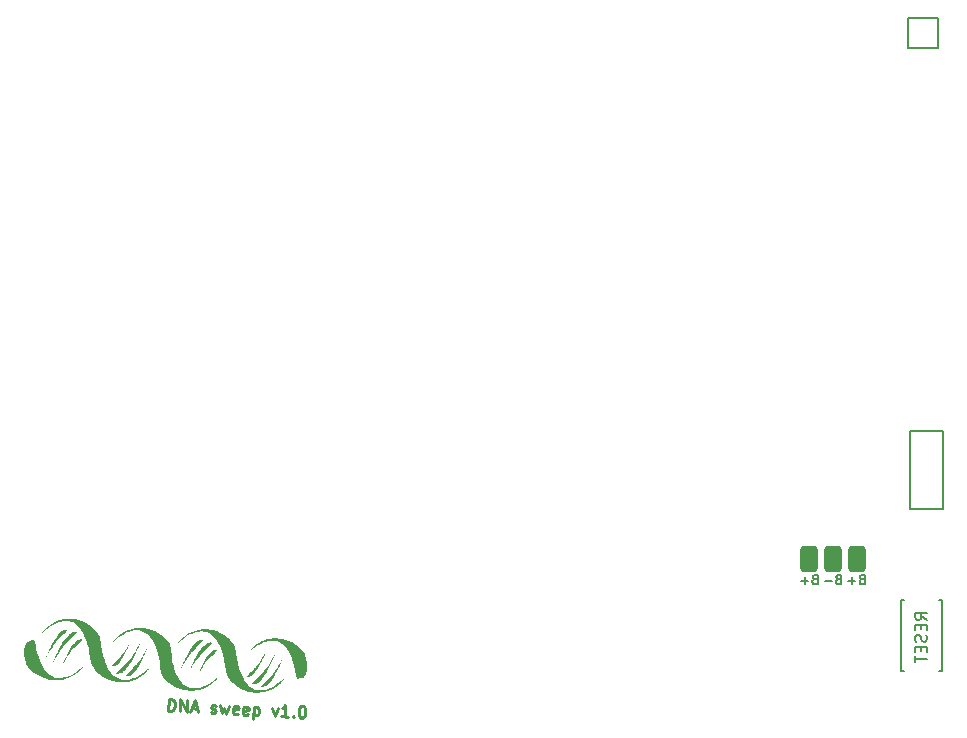
<source format=gbr>
%TF.GenerationSoftware,KiCad,Pcbnew,(6.0.7-1)-1*%
%TF.CreationDate,2022-10-05T19:06:16+03:00*%
%TF.ProjectId,board,626f6172-642e-46b6-9963-61645f706362,v1.0.0*%
%TF.SameCoordinates,Original*%
%TF.FileFunction,Legend,Bot*%
%TF.FilePolarity,Positive*%
%FSLAX46Y46*%
G04 Gerber Fmt 4.6, Leading zero omitted, Abs format (unit mm)*
G04 Created by KiCad (PCBNEW (6.0.7-1)-1) date 2022-10-05 19:06:16*
%MOMM*%
%LPD*%
G01*
G04 APERTURE LIST*
G04 Aperture macros list*
%AMRoundRect*
0 Rectangle with rounded corners*
0 $1 Rounding radius*
0 $2 $3 $4 $5 $6 $7 $8 $9 X,Y pos of 4 corners*
0 Add a 4 corners polygon primitive as box body*
4,1,4,$2,$3,$4,$5,$6,$7,$8,$9,$2,$3,0*
0 Add four circle primitives for the rounded corners*
1,1,$1+$1,$2,$3*
1,1,$1+$1,$4,$5*
1,1,$1+$1,$6,$7*
1,1,$1+$1,$8,$9*
0 Add four rect primitives between the rounded corners*
20,1,$1+$1,$2,$3,$4,$5,0*
20,1,$1+$1,$4,$5,$6,$7,0*
20,1,$1+$1,$6,$7,$8,$9,0*
20,1,$1+$1,$8,$9,$2,$3,0*%
G04 Aperture macros list end*
%ADD10C,0.250000*%
%ADD11C,0.150000*%
%ADD12RoundRect,0.375000X-0.375000X-0.750000X0.375000X-0.750000X0.375000X0.750000X-0.375000X0.750000X0*%
G04 APERTURE END LIST*
D10*
X104698539Y39351039D02*
X104750875Y40349669D01*
X104988643Y40337208D01*
X105128813Y40282178D01*
X105218936Y40182086D01*
X105261505Y40084486D01*
X105299090Y39891779D01*
X105291614Y39749117D01*
X105234091Y39561394D01*
X105181553Y39468779D01*
X105081461Y39378656D01*
X104936307Y39338578D01*
X104698539Y39351039D01*
X105697168Y39298703D02*
X105749504Y40297333D01*
X106267814Y39268797D01*
X106320149Y40267427D01*
X106710751Y39531690D02*
X107186289Y39506768D01*
X106600690Y39251352D02*
X106985903Y40232536D01*
X107266443Y39216461D01*
X108315119Y39209187D02*
X108407734Y39156649D01*
X108597949Y39146680D01*
X108695549Y39189249D01*
X108748087Y39281865D01*
X108750579Y39329419D01*
X108708010Y39427018D01*
X108615394Y39479556D01*
X108472733Y39487033D01*
X108380118Y39539571D01*
X108337548Y39637171D01*
X108340040Y39684725D01*
X108392579Y39777340D01*
X108490178Y39819910D01*
X108632840Y39812433D01*
X108725455Y39759895D01*
X109108378Y39787511D02*
X109263702Y39111789D01*
X109478839Y39577358D01*
X109644132Y39091852D01*
X109869238Y39747636D01*
X110597700Y39089562D02*
X110500101Y39046992D01*
X110309885Y39056961D01*
X110217270Y39109499D01*
X110174701Y39207099D01*
X110194638Y39587529D01*
X110247176Y39680145D01*
X110344776Y39722714D01*
X110534991Y39712745D01*
X110627607Y39660207D01*
X110670176Y39562608D01*
X110665192Y39467500D01*
X110184669Y39397314D01*
X111453669Y39044702D02*
X111356069Y39002133D01*
X111165854Y39012102D01*
X111073238Y39064640D01*
X111030669Y39162240D01*
X111050606Y39542670D01*
X111103145Y39635285D01*
X111200744Y39677855D01*
X111390959Y39667886D01*
X111483575Y39615348D01*
X111526144Y39517748D01*
X111521160Y39422641D01*
X111040638Y39352455D01*
X111961605Y39637980D02*
X111909269Y38639350D01*
X111959113Y39590426D02*
X112056712Y39632995D01*
X112246928Y39623027D01*
X112339543Y39570489D01*
X112384605Y39520443D01*
X112427174Y39422843D01*
X112412221Y39137520D01*
X112359683Y39044905D01*
X112309637Y38999843D01*
X112212037Y38957274D01*
X112021822Y38967242D01*
X111929206Y39019781D01*
X113530880Y39555738D02*
X113733758Y38877524D01*
X114006418Y39530816D01*
X114875049Y38817711D02*
X114304404Y38847617D01*
X114589726Y38832664D02*
X114642062Y39831294D01*
X114539478Y39693617D01*
X114439386Y39603494D01*
X114341786Y39560924D01*
X115308018Y38890389D02*
X115353079Y38840343D01*
X115303033Y38795281D01*
X115257972Y38845327D01*
X115308018Y38890389D01*
X115303033Y38795281D01*
X116021122Y39759020D02*
X116116230Y39754036D01*
X116208845Y39701498D01*
X116253907Y39651452D01*
X116296476Y39553852D01*
X116334061Y39361145D01*
X116321600Y39123376D01*
X116264078Y38935653D01*
X116211539Y38843037D01*
X116161493Y38797976D01*
X116063894Y38755406D01*
X115968786Y38760391D01*
X115876171Y38812929D01*
X115831109Y38862975D01*
X115788540Y38960575D01*
X115750955Y39153282D01*
X115763416Y39391051D01*
X115820938Y39578774D01*
X115873476Y39671389D01*
X115923522Y39716451D01*
X116021122Y39759020D01*
D11*
%TO.C,PAD1*%
X159438095Y50472642D02*
X159323809Y50434547D01*
X159285714Y50396452D01*
X159247619Y50320261D01*
X159247619Y50205976D01*
X159285714Y50129785D01*
X159323809Y50091690D01*
X159400000Y50053595D01*
X159704761Y50053595D01*
X159704761Y50853595D01*
X159438095Y50853595D01*
X159361904Y50815500D01*
X159323809Y50777404D01*
X159285714Y50701214D01*
X159285714Y50625023D01*
X159323809Y50548833D01*
X159361904Y50510738D01*
X159438095Y50472642D01*
X159704761Y50472642D01*
X158904761Y50358357D02*
X158295238Y50358357D01*
X158600000Y50053595D02*
X158600000Y50663119D01*
X161438095Y50472642D02*
X161323809Y50434547D01*
X161285714Y50396452D01*
X161247619Y50320261D01*
X161247619Y50205976D01*
X161285714Y50129785D01*
X161323809Y50091690D01*
X161400000Y50053595D01*
X161704761Y50053595D01*
X161704761Y50853595D01*
X161438095Y50853595D01*
X161361904Y50815500D01*
X161323809Y50777404D01*
X161285714Y50701214D01*
X161285714Y50625023D01*
X161323809Y50548833D01*
X161361904Y50510738D01*
X161438095Y50472642D01*
X161704761Y50472642D01*
X160904761Y50358357D02*
X160295238Y50358357D01*
X163438095Y50472642D02*
X163323809Y50434547D01*
X163285714Y50396452D01*
X163247619Y50320261D01*
X163247619Y50205976D01*
X163285714Y50129785D01*
X163323809Y50091690D01*
X163400000Y50053595D01*
X163704761Y50053595D01*
X163704761Y50853595D01*
X163438095Y50853595D01*
X163361904Y50815500D01*
X163323809Y50777404D01*
X163285714Y50701214D01*
X163285714Y50625023D01*
X163323809Y50548833D01*
X163361904Y50510738D01*
X163438095Y50472642D01*
X163704761Y50472642D01*
X162904761Y50358357D02*
X162295238Y50358357D01*
X162600000Y50053595D02*
X162600000Y50663119D01*
%TO.C,B1*%
X168952380Y47040880D02*
X168476190Y47374214D01*
X168952380Y47612309D02*
X167952380Y47612309D01*
X167952380Y47231357D01*
X168000000Y47136119D01*
X168047619Y47088500D01*
X168142857Y47040880D01*
X168285714Y47040880D01*
X168380952Y47088500D01*
X168428571Y47136119D01*
X168476190Y47231357D01*
X168476190Y47612309D01*
X168428571Y46612309D02*
X168428571Y46278976D01*
X168952380Y46136119D02*
X168952380Y46612309D01*
X167952380Y46612309D01*
X167952380Y46136119D01*
X168904761Y45755166D02*
X168952380Y45612309D01*
X168952380Y45374214D01*
X168904761Y45278976D01*
X168857142Y45231357D01*
X168761904Y45183738D01*
X168666666Y45183738D01*
X168571428Y45231357D01*
X168523809Y45278976D01*
X168476190Y45374214D01*
X168428571Y45564690D01*
X168380952Y45659928D01*
X168333333Y45707547D01*
X168238095Y45755166D01*
X168142857Y45755166D01*
X168047619Y45707547D01*
X168000000Y45659928D01*
X167952380Y45564690D01*
X167952380Y45326595D01*
X168000000Y45183738D01*
X168428571Y44755166D02*
X168428571Y44421833D01*
X168952380Y44278976D02*
X168952380Y44755166D01*
X167952380Y44755166D01*
X167952380Y44278976D01*
X167952380Y43993261D02*
X167952380Y43421833D01*
X168952380Y43707547D02*
X167952380Y43707547D01*
%TO.C,G\u002A\u002A\u002A*%
G36*
X113887749Y45457697D02*
G01*
X114160637Y45435198D01*
X114425750Y45389820D01*
X114684436Y45321146D01*
X114938039Y45228753D01*
X115187907Y45112222D01*
X115435385Y44971133D01*
X115534916Y44907313D01*
X115707136Y44785739D01*
X115856809Y44663497D01*
X115985503Y44539001D01*
X116094790Y44410663D01*
X116186239Y44276896D01*
X116261420Y44136112D01*
X116285390Y44081972D01*
X116333668Y43956806D01*
X116379499Y43817591D01*
X116420732Y43671664D01*
X116455212Y43526358D01*
X116480786Y43389009D01*
X116483507Y43370125D01*
X116492076Y43283319D01*
X116497045Y43183469D01*
X116498412Y43078132D01*
X116496176Y42974865D01*
X116490336Y42881223D01*
X116480890Y42804763D01*
X116480294Y42801313D01*
X116452646Y42664191D01*
X116420235Y42547738D01*
X116381502Y42447919D01*
X116334886Y42360698D01*
X116278827Y42282039D01*
X116253648Y42252220D01*
X116183853Y42183769D01*
X116109199Y42132994D01*
X116025089Y42097771D01*
X115926922Y42075975D01*
X115810099Y42065482D01*
X115663948Y42059128D01*
X115626819Y42096258D01*
X115620688Y42102620D01*
X115607296Y42119058D01*
X115595093Y42139310D01*
X115583335Y42165967D01*
X115571278Y42201620D01*
X115558177Y42248860D01*
X115543286Y42310277D01*
X115525862Y42388462D01*
X115505159Y42486007D01*
X115480432Y42605502D01*
X115467928Y42666101D01*
X115424714Y42870918D01*
X115384301Y43054127D01*
X115345965Y43218166D01*
X115308982Y43365476D01*
X115272628Y43498495D01*
X115236180Y43619665D01*
X115198913Y43731423D01*
X115160104Y43836210D01*
X115119029Y43936466D01*
X115074964Y44034629D01*
X115027185Y44133141D01*
X115019313Y44148764D01*
X114902026Y44363386D01*
X114779443Y44554085D01*
X114650946Y44721465D01*
X114515912Y44866127D01*
X114373720Y44988676D01*
X114223749Y45089715D01*
X114065379Y45169845D01*
X113897989Y45229671D01*
X113825995Y45247903D01*
X113734787Y45263130D01*
X113636021Y45270612D01*
X113524181Y45270721D01*
X113393750Y45263831D01*
X113258077Y45249264D01*
X113110963Y45221868D01*
X112961033Y45181205D01*
X112803251Y45125889D01*
X112632578Y45054536D01*
X112533972Y45007839D01*
X112347598Y44906226D01*
X112150820Y44782464D01*
X111943511Y44636466D01*
X111725546Y44468146D01*
X111496798Y44277418D01*
X111490740Y44272321D01*
X111473106Y44260648D01*
X111470762Y44266487D01*
X111483025Y44288535D01*
X111509210Y44325489D01*
X111548632Y44376048D01*
X111602597Y44441092D01*
X111781018Y44631440D01*
X111975082Y44804320D01*
X112182992Y44958897D01*
X112402949Y45094334D01*
X112633156Y45209795D01*
X112871814Y45304444D01*
X113117125Y45377444D01*
X113367292Y45427959D01*
X113620516Y45455153D01*
X113875000Y45458188D01*
X113887749Y45457697D01*
G37*
G36*
X108077160Y46234366D02*
G01*
X108340136Y46196876D01*
X108602313Y46134748D01*
X108863129Y46048053D01*
X109122023Y45936861D01*
X109132302Y45931924D01*
X109315205Y45837988D01*
X109479274Y45740705D01*
X109630352Y45636043D01*
X109774281Y45519972D01*
X109916902Y45388463D01*
X109967527Y45338052D01*
X110066031Y45232421D01*
X110146914Y45133223D01*
X110213164Y45036632D01*
X110267766Y44938818D01*
X110278726Y44916564D01*
X110309215Y44850476D01*
X110336256Y44783960D01*
X110360627Y44713966D01*
X110383106Y44637439D01*
X110404471Y44551328D01*
X110425501Y44452582D01*
X110446973Y44338146D01*
X110469666Y44204970D01*
X110494358Y44050000D01*
X110504441Y43985963D01*
X110547576Y43730208D01*
X110592264Y43495812D01*
X110639340Y43279838D01*
X110689641Y43079345D01*
X110744002Y42891395D01*
X110803259Y42713050D01*
X110868248Y42541370D01*
X110939805Y42373416D01*
X111018765Y42206250D01*
X111020694Y42202353D01*
X111132454Y41992177D01*
X111247999Y41805533D01*
X111368365Y41641128D01*
X111494588Y41497666D01*
X111627703Y41373853D01*
X111768745Y41268395D01*
X111845436Y41220067D01*
X111952087Y41163660D01*
X112058638Y41121866D01*
X112171088Y41092870D01*
X112295436Y41074857D01*
X112437679Y41066012D01*
X112563934Y41064811D01*
X112708749Y41072317D01*
X112846364Y41090960D01*
X112983354Y41121988D01*
X113126295Y41166649D01*
X113281762Y41226191D01*
X113329396Y41246275D01*
X113559505Y41356970D01*
X113791918Y41490970D01*
X114024982Y41647183D01*
X114257042Y41824516D01*
X114486443Y42021875D01*
X114488247Y42023515D01*
X114532742Y42062985D01*
X114571086Y42095247D01*
X114599242Y42117014D01*
X114613170Y42125000D01*
X114615824Y42116628D01*
X114601790Y42091625D01*
X114571703Y42051037D01*
X114526388Y41995913D01*
X114466672Y41927300D01*
X114393382Y41846246D01*
X114361875Y41812173D01*
X114249667Y41695606D01*
X114144080Y41594550D01*
X114039942Y41504469D01*
X113932080Y41420822D01*
X113815322Y41339073D01*
X113792078Y41323682D01*
X113569536Y41192598D01*
X113337039Y41083490D01*
X113096365Y40996360D01*
X112849294Y40931210D01*
X112597603Y40888043D01*
X112343072Y40866862D01*
X112087480Y40867670D01*
X111832605Y40890468D01*
X111580227Y40935260D01*
X111332123Y41002048D01*
X111090073Y41090835D01*
X110855856Y41201623D01*
X110631250Y41334416D01*
X110495034Y41428346D01*
X110328770Y41556637D01*
X110176541Y41690037D01*
X110040420Y41826435D01*
X109922478Y41963719D01*
X109824791Y42099778D01*
X109749430Y42232502D01*
X109739092Y42254096D01*
X109719154Y42298726D01*
X109701110Y42344526D01*
X109684335Y42394113D01*
X109668203Y42450104D01*
X109652088Y42515114D01*
X109635364Y42591760D01*
X109617405Y42682659D01*
X109597587Y42790427D01*
X109575283Y42917682D01*
X109549867Y43067039D01*
X109538234Y43135758D01*
X109507979Y43310907D01*
X109480129Y43465875D01*
X109453960Y43604031D01*
X109428748Y43728748D01*
X109403769Y43843398D01*
X109378298Y43951351D01*
X109351611Y44055980D01*
X109322983Y44160656D01*
X109291691Y44268750D01*
X109245647Y44412786D01*
X109165898Y44625542D01*
X109074094Y44834736D01*
X108972812Y45035023D01*
X108864629Y45221059D01*
X108752123Y45387500D01*
X108742159Y45400962D01*
X108606926Y45565738D01*
X108464602Y45706815D01*
X108315317Y45824103D01*
X108159204Y45917508D01*
X107996396Y45986940D01*
X107827025Y46032304D01*
X107815330Y46034388D01*
X107747364Y46042399D01*
X107662575Y46047535D01*
X107567561Y46049814D01*
X107468923Y46049252D01*
X107373261Y46045868D01*
X107287174Y46039678D01*
X107217262Y46030700D01*
X107137513Y46014056D01*
X107002871Y45976147D01*
X106856988Y45924883D01*
X106704412Y45862176D01*
X106549693Y45789942D01*
X106397379Y45710094D01*
X106252019Y45624547D01*
X106178257Y45576954D01*
X106024059Y45469233D01*
X105858697Y45343651D01*
X105684344Y45201886D01*
X105503174Y45045620D01*
X105482997Y45029039D01*
X105470490Y45023243D01*
X105473018Y45034255D01*
X105489897Y45060832D01*
X105520440Y45101734D01*
X105563962Y45155717D01*
X105621115Y45223042D01*
X105813907Y45427093D01*
X106017554Y45608636D01*
X106232125Y45767715D01*
X106457690Y45904374D01*
X106694317Y46018656D01*
X106942077Y46110604D01*
X107201038Y46180263D01*
X107289043Y46198294D01*
X107551052Y46235146D01*
X107813945Y46247146D01*
X108077160Y46234366D01*
G37*
G36*
X114387335Y43751906D02*
G01*
X114378356Y43720522D01*
X114361262Y43672306D01*
X114337018Y43609478D01*
X114306588Y43534260D01*
X114270933Y43448872D01*
X114231018Y43355536D01*
X114187806Y43256473D01*
X114142260Y43153905D01*
X114095345Y43050053D01*
X114048022Y42947138D01*
X114001256Y42847381D01*
X113956010Y42753003D01*
X113913247Y42666226D01*
X113873930Y42589271D01*
X113769751Y42397935D01*
X113635662Y42174943D01*
X113500411Y41976070D01*
X113363661Y41800826D01*
X113225072Y41648720D01*
X113150563Y41575798D01*
X113082061Y41515089D01*
X113020226Y41469299D01*
X112960580Y41435950D01*
X112898645Y41412563D01*
X112829944Y41396660D01*
X112750000Y41385762D01*
X112733157Y41384072D01*
X112654146Y41379460D01*
X112596785Y41382496D01*
X112561820Y41393086D01*
X112550000Y41411136D01*
X112557412Y41421469D01*
X112580567Y41446219D01*
X112616604Y41482206D01*
X112662598Y41526515D01*
X112715625Y41576230D01*
X112778790Y41635091D01*
X113002521Y41850568D01*
X113206282Y42058807D01*
X113392269Y42262276D01*
X113562678Y42463444D01*
X113719707Y42664779D01*
X113865551Y42868750D01*
X113885022Y42897359D01*
X113943524Y42985435D01*
X113998509Y43072048D01*
X114052832Y43162004D01*
X114109345Y43260111D01*
X114170904Y43371174D01*
X114240361Y43500000D01*
X114263599Y43543472D01*
X114300552Y43612316D01*
X114332611Y43671686D01*
X114358066Y43718434D01*
X114375205Y43749408D01*
X114382318Y43761459D01*
X114387238Y43764235D01*
X114387335Y43751906D01*
G37*
G36*
X113749367Y44108147D02*
G01*
X113746249Y44088770D01*
X113734406Y44051013D01*
X113713400Y43993369D01*
X113682796Y43914334D01*
X113661837Y43861788D01*
X113594874Y43700863D01*
X113520842Y43531844D01*
X113441923Y43359261D01*
X113360299Y43187643D01*
X113278152Y43021521D01*
X113197663Y42865424D01*
X113121016Y42723883D01*
X113050391Y42601427D01*
X112996919Y42514416D01*
X112832185Y42270580D01*
X112658671Y42048958D01*
X112475450Y41848335D01*
X112407033Y41782698D01*
X112326560Y41717587D01*
X112247517Y41669882D01*
X112164281Y41636907D01*
X112071230Y41615988D01*
X111962741Y41604450D01*
X111930064Y41602562D01*
X111859716Y41601176D01*
X111811537Y41605221D01*
X111783855Y41614929D01*
X111775000Y41630533D01*
X111777714Y41635914D01*
X111795469Y41657413D01*
X111827584Y41691796D01*
X111871487Y41736420D01*
X111924607Y41788642D01*
X111984375Y41845819D01*
X112097336Y41953403D01*
X112217416Y42069645D01*
X112335233Y42185521D01*
X112448472Y42298678D01*
X112554818Y42406761D01*
X112651955Y42507416D01*
X112737567Y42598286D01*
X112809340Y42677019D01*
X112864957Y42741260D01*
X112904635Y42790027D01*
X112999717Y42914292D01*
X113101211Y43056070D01*
X113206667Y43211612D01*
X113313638Y43377168D01*
X113419676Y43548988D01*
X113522332Y43723324D01*
X113619158Y43896425D01*
X113650470Y43953604D01*
X113682661Y44011456D01*
X113709446Y44058588D01*
X113728680Y44091233D01*
X113738219Y44105625D01*
X113744195Y44110649D01*
X113749367Y44108147D01*
G37*
G36*
X112917678Y44187500D02*
G01*
X112904061Y44147461D01*
X112878340Y44084786D01*
X112842726Y44005384D01*
X112798549Y43911865D01*
X112747140Y43806840D01*
X112689830Y43692918D01*
X112627948Y43572710D01*
X112562825Y43448827D01*
X112495792Y43323879D01*
X112428179Y43200477D01*
X112361316Y43081231D01*
X112296534Y42968750D01*
X112251340Y42892297D01*
X112173633Y42765673D01*
X112103195Y42658279D01*
X112038175Y42567748D01*
X111976724Y42491711D01*
X111916994Y42427800D01*
X111857133Y42373646D01*
X111795294Y42326881D01*
X111753105Y42298711D01*
X111689484Y42262326D01*
X111629690Y42238554D01*
X111564913Y42224242D01*
X111486343Y42216233D01*
X111446928Y42213539D01*
X111409136Y42211622D01*
X111380873Y42212447D01*
X111362949Y42217510D01*
X111356177Y42228308D01*
X111361369Y42246337D01*
X111379337Y42273094D01*
X111410892Y42310075D01*
X111456848Y42358778D01*
X111518015Y42420698D01*
X111595206Y42497333D01*
X111689233Y42590178D01*
X111699752Y42600575D01*
X111782578Y42682921D01*
X111863345Y42764023D01*
X111939418Y42841178D01*
X112008156Y42911682D01*
X112066922Y42972831D01*
X112113078Y43021922D01*
X112143985Y43056250D01*
X112183738Y43103086D01*
X112280182Y43222467D01*
X112373801Y43347311D01*
X112467016Y43481169D01*
X112562247Y43627590D01*
X112661915Y43790126D01*
X112768440Y43972326D01*
X112797960Y44023317D01*
X112833456Y44083280D01*
X112864357Y44134018D01*
X112888107Y44171345D01*
X112902147Y44191076D01*
X112926321Y44218750D01*
X112917678Y44187500D01*
G37*
G36*
X102379858Y46342210D02*
G01*
X102519797Y46338280D01*
X102647104Y46328624D01*
X102770619Y46312156D01*
X102899183Y46287790D01*
X103041634Y46254443D01*
X103086619Y46242796D01*
X103335978Y46165065D01*
X103579832Y46067111D01*
X103812970Y45951228D01*
X104030179Y45819708D01*
X104080545Y45785547D01*
X104255077Y45657302D01*
X104407009Y45528071D01*
X104538189Y45395649D01*
X104650461Y45257831D01*
X104745672Y45112412D01*
X104825668Y44957187D01*
X104892294Y44789953D01*
X104901938Y44761723D01*
X104920363Y44703432D01*
X104936055Y44645665D01*
X104949624Y44584782D01*
X104961681Y44517144D01*
X104972837Y44439111D01*
X104983703Y44347044D01*
X104994888Y44237304D01*
X105007005Y44106250D01*
X105014592Y44023999D01*
X105024817Y43919411D01*
X105035384Y43817210D01*
X105045692Y43723028D01*
X105055137Y43642498D01*
X105063118Y43581250D01*
X105067522Y43551263D01*
X105108240Y43333178D01*
X105164098Y43110859D01*
X105233543Y42887942D01*
X105315024Y42668062D01*
X105406988Y42454856D01*
X105507882Y42251959D01*
X105616155Y42063006D01*
X105730254Y41891633D01*
X105848627Y41741476D01*
X105897560Y41687297D01*
X106041223Y41551343D01*
X106194688Y41438062D01*
X106357121Y41347743D01*
X106527689Y41280673D01*
X106705557Y41237138D01*
X106889892Y41217425D01*
X107079860Y41221822D01*
X107274628Y41250615D01*
X107353406Y41268713D01*
X107556514Y41329516D01*
X107765726Y41411269D01*
X107978371Y41512523D01*
X108191774Y41631827D01*
X108403263Y41767731D01*
X108610164Y41918784D01*
X108809805Y42083535D01*
X108812485Y42085885D01*
X108861625Y42128508D01*
X108906802Y42166926D01*
X108943105Y42197008D01*
X108965625Y42214622D01*
X108987203Y42228676D01*
X108998188Y42231053D01*
X108992180Y42216967D01*
X108968991Y42186134D01*
X108928428Y42138271D01*
X108870300Y42073092D01*
X108829010Y42028133D01*
X108685767Y41881093D01*
X108540025Y41744534D01*
X108395218Y41621420D01*
X108254778Y41514714D01*
X108122140Y41427379D01*
X108020530Y41368742D01*
X107796833Y41256849D01*
X107575005Y41169702D01*
X107355181Y41107351D01*
X107137500Y41069846D01*
X106845006Y41046114D01*
X106561615Y41044193D01*
X106288623Y41064568D01*
X106025141Y41107467D01*
X105770280Y41173118D01*
X105523153Y41261753D01*
X105282869Y41373599D01*
X105048542Y41508886D01*
X104819282Y41667843D01*
X104767175Y41707828D01*
X104619843Y41831149D01*
X104491340Y41956657D01*
X104380490Y42086732D01*
X104286117Y42223753D01*
X104207043Y42370100D01*
X104142092Y42528152D01*
X104090089Y42700288D01*
X104049857Y42888889D01*
X104020219Y43096333D01*
X104000000Y43325000D01*
X103984308Y43510830D01*
X103940510Y43828790D01*
X103875428Y44136667D01*
X103788215Y44437636D01*
X103678020Y44734877D01*
X103543994Y45031566D01*
X103454266Y45202579D01*
X103336834Y45394326D01*
X103212185Y45563403D01*
X103079336Y45710766D01*
X102937304Y45837374D01*
X102785107Y45944186D01*
X102621761Y46032161D01*
X102446286Y46102256D01*
X102408194Y46114714D01*
X102365428Y46126733D01*
X102323940Y46135024D01*
X102277162Y46140556D01*
X102218524Y46144298D01*
X102141456Y46147219D01*
X102062116Y46148755D01*
X101916922Y46145192D01*
X101780286Y46132022D01*
X101647630Y46108121D01*
X101514377Y46072363D01*
X101375950Y46023624D01*
X101227771Y45960777D01*
X101065263Y45882698D01*
X101018229Y45858413D01*
X100871006Y45775394D01*
X100714814Y45678009D01*
X100554885Y45569885D01*
X100396455Y45454648D01*
X100244757Y45335926D01*
X100105026Y45217344D01*
X100097389Y45210584D01*
X100052831Y45172233D01*
X100015646Y45142023D01*
X99989531Y45122861D01*
X99978182Y45117651D01*
X99978073Y45129805D01*
X99994974Y45159218D01*
X100030258Y45204458D01*
X100083658Y45265213D01*
X100154911Y45341168D01*
X100243750Y45432010D01*
X100313611Y45501273D01*
X100446615Y45626205D01*
X100573223Y45734615D01*
X100697821Y45829747D01*
X100824794Y45914845D01*
X100958528Y45993152D01*
X101103407Y46067913D01*
X101239530Y46130441D01*
X101445243Y46209400D01*
X101651896Y46269011D01*
X101864240Y46310342D01*
X102087024Y46334460D01*
X102325000Y46342433D01*
X102379858Y46342210D01*
G37*
G36*
X108805227Y44479913D02*
G01*
X108815143Y44475279D01*
X108825000Y44466218D01*
X108822764Y44458707D01*
X108811028Y44440221D01*
X108788229Y44411644D01*
X108753241Y44371735D01*
X108704938Y44319252D01*
X108642193Y44252957D01*
X108563881Y44171608D01*
X108468875Y44073965D01*
X108401029Y44004225D01*
X108265695Y43862959D01*
X108145846Y43734226D01*
X108039283Y43615238D01*
X107943806Y43503206D01*
X107857217Y43395342D01*
X107777315Y43288856D01*
X107701902Y43180960D01*
X107628778Y43068867D01*
X107555745Y42949787D01*
X107480601Y42820931D01*
X107458140Y42782126D01*
X107427264Y42730637D01*
X107402143Y42691002D01*
X107384914Y42666550D01*
X107377713Y42660611D01*
X107380100Y42673506D01*
X107391679Y42707560D01*
X107411784Y42759976D01*
X107439461Y42828403D01*
X107473757Y42910492D01*
X107513719Y43003891D01*
X107558394Y43106250D01*
X107574803Y43142635D01*
X107614506Y43226316D01*
X107661365Y43320835D01*
X107712454Y43420596D01*
X107764845Y43520006D01*
X107815611Y43613470D01*
X107861825Y43695392D01*
X107900558Y43760178D01*
X107936839Y43817000D01*
X108021314Y43941242D01*
X108107166Y44057167D01*
X108192008Y44161907D01*
X108273452Y44252592D01*
X108349112Y44326355D01*
X108416599Y44380325D01*
X108468193Y44411379D01*
X108541121Y44444518D01*
X108617211Y44469459D01*
X108690541Y44484683D01*
X108755187Y44488674D01*
X108805227Y44479913D01*
G37*
G36*
X108365071Y45118762D02*
G01*
X108411966Y45104942D01*
X108439752Y45083178D01*
X108442641Y45076367D01*
X108441605Y45063677D01*
X108432728Y45046495D01*
X108414406Y45023152D01*
X108385035Y44991980D01*
X108343012Y44951310D01*
X108286734Y44899474D01*
X108214598Y44834803D01*
X108125000Y44755629D01*
X108051630Y44689760D01*
X107945372Y44590618D01*
X107834939Y44483870D01*
X107725023Y44374218D01*
X107620318Y44266363D01*
X107525519Y44165006D01*
X107445317Y44074847D01*
X107372725Y43989166D01*
X107230884Y43813374D01*
X107098504Y43636670D01*
X106972431Y43454398D01*
X106849513Y43261904D01*
X106726595Y43054529D01*
X106600523Y42827620D01*
X106593539Y42814701D01*
X106545877Y42727310D01*
X106508411Y42660359D01*
X106480099Y42612234D01*
X106459896Y42581322D01*
X106446757Y42566011D01*
X106439640Y42564687D01*
X106437500Y42575737D01*
X106439966Y42584117D01*
X106451505Y42613571D01*
X106471379Y42661123D01*
X106498371Y42724044D01*
X106531263Y42799606D01*
X106568837Y42885078D01*
X106609876Y42977732D01*
X106653161Y43074838D01*
X106697476Y43173668D01*
X106741602Y43271491D01*
X106784323Y43365580D01*
X106824420Y43453204D01*
X106860675Y43531635D01*
X106891872Y43598144D01*
X106916792Y43650000D01*
X106917608Y43651665D01*
X107030113Y43872463D01*
X107140797Y44071436D01*
X107251632Y44251450D01*
X107364592Y44415367D01*
X107481650Y44566052D01*
X107604777Y44706369D01*
X107735947Y44839182D01*
X107815444Y44913278D01*
X107887407Y44975091D01*
X107950593Y45022406D01*
X108008653Y45057695D01*
X108065233Y45083430D01*
X108123985Y45102085D01*
X108156603Y45109756D01*
X108232702Y45121450D01*
X108303754Y45124359D01*
X108365071Y45118762D01*
G37*
G36*
X107621689Y45322537D02*
G01*
X107659375Y45317122D01*
X107677029Y45310182D01*
X107687500Y45299682D01*
X107687496Y45299620D01*
X107678448Y45288104D01*
X107653881Y45262564D01*
X107616650Y45225820D01*
X107569613Y45180692D01*
X107515625Y45129998D01*
X107444333Y45063044D01*
X107348834Y44971592D01*
X107249736Y44874985D01*
X107149776Y44775998D01*
X107051687Y44677405D01*
X106958208Y44581983D01*
X106872072Y44492507D01*
X106796017Y44411750D01*
X106732777Y44342490D01*
X106685089Y44287500D01*
X106637275Y44229322D01*
X106544138Y44111578D01*
X106456246Y43993670D01*
X106371072Y43871799D01*
X106286089Y43742169D01*
X106198769Y43600982D01*
X106106584Y43444442D01*
X106007008Y43268750D01*
X106005947Y43266849D01*
X105952435Y43171620D01*
X105909674Y43097028D01*
X105876745Y43041633D01*
X105852730Y43003997D01*
X105836712Y42982681D01*
X105827775Y42976245D01*
X105825000Y42983250D01*
X105825441Y42988061D01*
X105833981Y43018702D01*
X105852499Y43068339D01*
X105879803Y43134467D01*
X105914704Y43214582D01*
X105956011Y43306179D01*
X106002532Y43406753D01*
X106053077Y43513800D01*
X106106455Y43624814D01*
X106161476Y43737291D01*
X106216950Y43848726D01*
X106271684Y43956615D01*
X106324489Y44058452D01*
X106374174Y44151732D01*
X106419548Y44233952D01*
X106441222Y44272087D01*
X106545220Y44448089D01*
X106648715Y44612039D01*
X106750104Y44761648D01*
X106847788Y44894624D01*
X106940165Y45008674D01*
X107025635Y45101508D01*
X107107752Y45173175D01*
X107203763Y45236947D01*
X107302775Y45284586D01*
X107398581Y45312578D01*
X107445415Y45318989D01*
X107506183Y45323323D01*
X107567783Y45324555D01*
X107621689Y45322537D01*
G37*
G36*
X96644154Y47121313D02*
G01*
X96907017Y47082080D01*
X97167253Y47018701D01*
X97423650Y46931261D01*
X97675000Y46819846D01*
X97706376Y46804127D01*
X97827849Y46740024D01*
X97937403Y46675855D01*
X98039534Y46608303D01*
X98138736Y46534053D01*
X98239503Y46449788D01*
X98346331Y46352192D01*
X98463713Y46237949D01*
X98521667Y46179599D01*
X98610303Y46086750D01*
X98683162Y46004370D01*
X98742608Y45929131D01*
X98791005Y45857707D01*
X98830717Y45786772D01*
X98864107Y45712998D01*
X98893539Y45633060D01*
X98898015Y45619586D01*
X98910617Y45579514D01*
X98922253Y45538242D01*
X98933508Y45492829D01*
X98944966Y45440336D01*
X98957213Y45377821D01*
X98970835Y45302346D01*
X98986417Y45210969D01*
X99004545Y45100751D01*
X99025803Y44968750D01*
X99059736Y44763275D01*
X99100749Y44533872D01*
X99142214Y44324222D01*
X99184903Y44131456D01*
X99229587Y43952705D01*
X99277038Y43785099D01*
X99328027Y43625770D01*
X99383327Y43471849D01*
X99443709Y43320465D01*
X99509944Y43168750D01*
X99543656Y43096271D01*
X99654099Y42881996D01*
X99770314Y42691307D01*
X99893082Y42523475D01*
X100023186Y42377768D01*
X100161411Y42253458D01*
X100308539Y42149814D01*
X100465352Y42066106D01*
X100632635Y42001604D01*
X100811170Y41955577D01*
X100830528Y41952124D01*
X100908461Y41943730D01*
X101001339Y41940011D01*
X101101796Y41940796D01*
X101202468Y41945918D01*
X101295991Y41955207D01*
X101375000Y41968495D01*
X101418035Y41978583D01*
X101560345Y42019335D01*
X101713934Y42073255D01*
X101872877Y42138147D01*
X102031250Y42211813D01*
X102059288Y42225816D01*
X102190464Y42294793D01*
X102316638Y42367506D01*
X102441429Y42446430D01*
X102568458Y42534041D01*
X102701343Y42632815D01*
X102843706Y42745227D01*
X102999166Y42873752D01*
X103035725Y42904013D01*
X103073848Y42934301D01*
X103101640Y42954899D01*
X103114791Y42962500D01*
X103120873Y42961546D01*
X103123323Y42954440D01*
X103114691Y42937769D01*
X103093180Y42908452D01*
X103056994Y42863410D01*
X103014985Y42814907D01*
X102952294Y42747921D01*
X102878688Y42673251D01*
X102798704Y42595235D01*
X102716880Y42518211D01*
X102637755Y42446517D01*
X102565866Y42384491D01*
X102505751Y42336471D01*
X102473722Y42312747D01*
X102258767Y42168850D01*
X102034472Y42043953D01*
X101803976Y41939505D01*
X101570420Y41856953D01*
X101336946Y41797745D01*
X101322845Y41794919D01*
X101280260Y41786955D01*
X101240129Y41780794D01*
X101198530Y41776217D01*
X101151540Y41773003D01*
X101095239Y41770932D01*
X101025705Y41769785D01*
X100939016Y41769342D01*
X100831250Y41769381D01*
X100778007Y41769520D01*
X100674810Y41770214D01*
X100590264Y41771624D01*
X100519982Y41773979D01*
X100459577Y41777509D01*
X100404661Y41782442D01*
X100350848Y41789008D01*
X100293750Y41797434D01*
X100197984Y41813275D01*
X100054850Y41841235D01*
X99925168Y41873240D01*
X99802237Y41911462D01*
X99679353Y41958078D01*
X99549814Y42015263D01*
X99406917Y42085190D01*
X99208939Y42192705D01*
X99000943Y42323996D01*
X98815897Y42462405D01*
X98654068Y42607687D01*
X98515728Y42759596D01*
X98401144Y42917889D01*
X98310586Y43082320D01*
X98295452Y43115260D01*
X98261543Y43195124D01*
X98231354Y43276691D01*
X98204044Y43363278D01*
X98178774Y43458197D01*
X98154705Y43564764D01*
X98130996Y43686294D01*
X98106808Y43826101D01*
X98081302Y43987500D01*
X98047152Y44200995D01*
X98008028Y44419852D01*
X97966958Y44621422D01*
X97922915Y44809776D01*
X97874871Y44988989D01*
X97821797Y45163131D01*
X97762667Y45336278D01*
X97696452Y45512500D01*
X97596899Y45747213D01*
X97484935Y45970281D01*
X97365120Y46169794D01*
X97237320Y46345886D01*
X97101399Y46498695D01*
X96957220Y46628357D01*
X96804650Y46735006D01*
X96643551Y46818780D01*
X96473788Y46879814D01*
X96295226Y46918244D01*
X96231055Y46926513D01*
X96028963Y46936597D01*
X95827652Y46922966D01*
X95631250Y46885824D01*
X95499022Y46846654D01*
X95331309Y46783471D01*
X95155291Y46704161D01*
X94974587Y46610838D01*
X94792815Y46505613D01*
X94613595Y46390599D01*
X94440546Y46267910D01*
X94277286Y46139656D01*
X94127435Y46007952D01*
X94110863Y45992541D01*
X94065451Y45951221D01*
X94027369Y45917881D01*
X94000205Y45895611D01*
X93987548Y45887500D01*
X93976799Y45889186D01*
X93971457Y45897286D01*
X93977176Y45913444D01*
X93995164Y45939154D01*
X94026629Y45975910D01*
X94072780Y46025206D01*
X94134825Y46088535D01*
X94213972Y46167391D01*
X94290275Y46241950D01*
X94443196Y46385082D01*
X94586794Y46509878D01*
X94723836Y46618222D01*
X94857089Y46711994D01*
X94989321Y46793076D01*
X95123300Y46863351D01*
X95261794Y46924700D01*
X95407568Y46979004D01*
X95590627Y47035087D01*
X95851899Y47093287D01*
X96115385Y47127001D01*
X96379873Y47136315D01*
X96644154Y47121313D01*
G37*
G36*
X102925000Y44626207D02*
G01*
X102922293Y44610343D01*
X102909400Y44570240D01*
X102886884Y44511860D01*
X102855853Y44437518D01*
X102817414Y44349529D01*
X102772674Y44250209D01*
X102722741Y44141873D01*
X102668723Y44026835D01*
X102611727Y43907410D01*
X102552861Y43785915D01*
X102493231Y43664663D01*
X102433947Y43545971D01*
X102376114Y43432153D01*
X102320841Y43325524D01*
X102269236Y43228399D01*
X102222405Y43143094D01*
X102181456Y43071924D01*
X102165749Y43045763D01*
X102066022Y42891286D01*
X101962972Y42750545D01*
X101858253Y42625268D01*
X101753521Y42517186D01*
X101650429Y42428028D01*
X101550633Y42359523D01*
X101455785Y42313400D01*
X101433492Y42305664D01*
X101372296Y42289023D01*
X101306580Y42276325D01*
X101241136Y42267934D01*
X101180759Y42264213D01*
X101130241Y42265527D01*
X101094374Y42272240D01*
X101077952Y42284715D01*
X101077934Y42284786D01*
X101085820Y42296893D01*
X101109775Y42324733D01*
X101148097Y42366524D01*
X101199087Y42420484D01*
X101261045Y42484833D01*
X101332270Y42557790D01*
X101411062Y42637572D01*
X101495720Y42722399D01*
X101583217Y42809890D01*
X101730051Y42958330D01*
X101861074Y43093473D01*
X101978043Y43217577D01*
X102082713Y43332897D01*
X102176843Y43441689D01*
X102262188Y43546210D01*
X102340505Y43648716D01*
X102413551Y43751464D01*
X102483082Y43856709D01*
X102550856Y43966708D01*
X102618629Y44083718D01*
X102688157Y44209995D01*
X102761198Y44347795D01*
X102774846Y44373869D01*
X102812194Y44444683D01*
X102845987Y44507999D01*
X102874240Y44560141D01*
X102894968Y44597433D01*
X102906185Y44616201D01*
X102919471Y44630547D01*
X102925000Y44626207D01*
G37*
G36*
X102301585Y45049990D02*
G01*
X102306745Y45048298D01*
X102308671Y45041867D01*
X102306487Y45028064D01*
X102299317Y45004254D01*
X102286286Y44967802D01*
X102266517Y44916074D01*
X102239136Y44846435D01*
X102203266Y44756250D01*
X102165781Y44663033D01*
X102096822Y44496489D01*
X102030573Y44343900D01*
X101964059Y44198672D01*
X101894300Y44054214D01*
X101818321Y43903934D01*
X101789419Y43848151D01*
X101712237Y43702852D01*
X101640604Y43574467D01*
X101571612Y43458388D01*
X101502357Y43350010D01*
X101429932Y43244724D01*
X101351432Y43137923D01*
X101263949Y43025000D01*
X101236677Y42991487D01*
X101180820Y42926955D01*
X101118026Y42858462D01*
X101051611Y42789285D01*
X100984889Y42722702D01*
X100921177Y42661989D01*
X100863789Y42610424D01*
X100816041Y42571285D01*
X100781250Y42547849D01*
X100758375Y42536689D01*
X100672138Y42508027D01*
X100565584Y42490195D01*
X100437500Y42482963D01*
X100385997Y42482861D01*
X100336559Y42485407D01*
X100306912Y42491691D01*
X100294142Y42502438D01*
X100295335Y42518375D01*
X100295687Y42519067D01*
X100308423Y42533683D01*
X100336949Y42562488D01*
X100378840Y42603150D01*
X100431666Y42653337D01*
X100493000Y42710718D01*
X100560414Y42772961D01*
X100620120Y42827979D01*
X100825368Y43021440D01*
X101011887Y43204966D01*
X101181667Y43381085D01*
X101336695Y43552324D01*
X101478960Y43721210D01*
X101610448Y43890272D01*
X101733148Y44062035D01*
X101849049Y44239029D01*
X101960137Y44423779D01*
X102068401Y44618813D01*
X102175829Y44826659D01*
X102182222Y44839385D01*
X102216526Y44906209D01*
X102247437Y44964056D01*
X102273064Y45009554D01*
X102291517Y45039326D01*
X102300908Y45050000D01*
X102301585Y45049990D01*
G37*
G36*
X101398839Y44968496D02*
G01*
X101393454Y44942442D01*
X101377547Y44898402D01*
X101352197Y44838448D01*
X101318482Y44764651D01*
X101277483Y44679081D01*
X101230276Y44583810D01*
X101177943Y44480907D01*
X101121561Y44372445D01*
X101062209Y44260495D01*
X101000966Y44147126D01*
X100938912Y44034411D01*
X100877124Y43924419D01*
X100816683Y43819223D01*
X100758667Y43720892D01*
X100704154Y43631499D01*
X100654224Y43553113D01*
X100653330Y43551749D01*
X100591757Y43467168D01*
X100520492Y43384413D01*
X100443284Y43306759D01*
X100363883Y43237480D01*
X100286035Y43179852D01*
X100213492Y43137148D01*
X100150000Y43112644D01*
X100109898Y43106250D01*
X100055546Y43102503D01*
X100000000Y43102473D01*
X99984206Y43103145D01*
X99942460Y43105907D01*
X99919252Y43110457D01*
X99909543Y43118378D01*
X99908291Y43131250D01*
X99909226Y43134618D01*
X99923719Y43156147D01*
X99953326Y43189785D01*
X99995023Y43232257D01*
X100045791Y43280286D01*
X100103090Y43333305D01*
X100317556Y43541908D01*
X100521545Y43756457D01*
X100712953Y43974375D01*
X100889671Y44193082D01*
X101049593Y44410002D01*
X101190612Y44622556D01*
X101310623Y44828166D01*
X101317951Y44841682D01*
X101346710Y44893937D01*
X101370688Y44936274D01*
X101387560Y44964644D01*
X101394998Y44975000D01*
X101398839Y44968496D01*
G37*
G36*
X93279700Y45311161D02*
G01*
X93349373Y45299858D01*
X93399165Y45275936D01*
X93430569Y45238816D01*
X93434167Y45229923D01*
X93443681Y45194800D01*
X93454504Y45142759D01*
X93465560Y45079247D01*
X93475776Y45009706D01*
X93480316Y44976338D01*
X93544149Y44599520D01*
X93629453Y44234437D01*
X93736072Y43881600D01*
X93863855Y43541523D01*
X94012647Y43214718D01*
X94117827Y43016292D01*
X94230024Y42832531D01*
X94345549Y42671792D01*
X94465349Y42533089D01*
X94590372Y42415433D01*
X94721564Y42317835D01*
X94859874Y42239310D01*
X95006250Y42178867D01*
X95119377Y42145345D01*
X95303916Y42111767D01*
X95495521Y42101655D01*
X95693584Y42114891D01*
X95897496Y42151351D01*
X96106648Y42210916D01*
X96320432Y42293464D01*
X96538239Y42398875D01*
X96759460Y42527028D01*
X96822841Y42567834D01*
X96917697Y42632194D01*
X97015928Y42702089D01*
X97112582Y42773824D01*
X97202707Y42843701D01*
X97281350Y42908024D01*
X97343560Y42963095D01*
X97385791Y43002060D01*
X97440891Y43049546D01*
X97479875Y43078017D01*
X97502781Y43087500D01*
X97511482Y43083623D01*
X97508096Y43067483D01*
X97488501Y43037250D01*
X97451822Y42991274D01*
X97416180Y42950956D01*
X97361911Y42893645D01*
X97296781Y42827709D01*
X97224793Y42756979D01*
X97149950Y42685283D01*
X97076255Y42616450D01*
X97007711Y42554310D01*
X96948322Y42502692D01*
X96902089Y42465425D01*
X96747708Y42359569D01*
X96569273Y42256780D01*
X96378498Y42164064D01*
X96180644Y42083552D01*
X95980973Y42017378D01*
X95784747Y41967674D01*
X95597226Y41936571D01*
X95574125Y41934258D01*
X95499333Y41929733D01*
X95406983Y41927212D01*
X95302371Y41926579D01*
X95190795Y41927718D01*
X95077553Y41930513D01*
X94967942Y41934847D01*
X94867258Y41940605D01*
X94780800Y41947671D01*
X94713865Y41955928D01*
X94684628Y41960798D01*
X94486400Y42004463D01*
X94278115Y42067885D01*
X94062868Y42150021D01*
X93843750Y42249825D01*
X93700711Y42324061D01*
X93536155Y42421776D01*
X93384788Y42527608D01*
X93240000Y42646260D01*
X93095181Y42782436D01*
X93055815Y42822349D01*
X92943154Y42946625D01*
X92848499Y43069557D01*
X92769651Y43195456D01*
X92704407Y43328637D01*
X92650568Y43473413D01*
X92605931Y43634097D01*
X92568296Y43815003D01*
X92566162Y43826717D01*
X92552873Y43897096D01*
X92539512Y43964122D01*
X92527527Y44020702D01*
X92518365Y44059743D01*
X92516293Y44068653D01*
X92509483Y44114575D01*
X92504367Y44175785D01*
X92500959Y44247257D01*
X92499269Y44323962D01*
X92499311Y44400871D01*
X92501096Y44472958D01*
X92504636Y44535193D01*
X92509945Y44582548D01*
X92517033Y44609996D01*
X92522043Y44621412D01*
X92535289Y44657799D01*
X92551321Y44707192D01*
X92567706Y44762281D01*
X92576561Y44791817D01*
X92614395Y44894262D01*
X92660264Y44989966D01*
X92710995Y45072858D01*
X92763417Y45136865D01*
X92813077Y45179711D01*
X92903670Y45234668D01*
X93008600Y45276333D01*
X93122756Y45302831D01*
X93241026Y45312283D01*
X93279700Y45311161D01*
G37*
G36*
X97384375Y45367122D02*
G01*
X97401950Y45358783D01*
X97412500Y45343147D01*
X97405999Y45333265D01*
X97383335Y45308125D01*
X97346763Y45270667D01*
X97298737Y45223341D01*
X97241707Y45168598D01*
X97178125Y45108888D01*
X97042966Y44981516D01*
X96878987Y44820824D01*
X96731474Y44667809D01*
X96597811Y44519139D01*
X96475382Y44371482D01*
X96361574Y44221507D01*
X96253770Y44065881D01*
X96149355Y43901273D01*
X96045715Y43724351D01*
X95940233Y43531783D01*
X95934795Y43521599D01*
X95893477Y43446481D01*
X95860045Y43389969D01*
X95835084Y43352851D01*
X95819179Y43335914D01*
X95812914Y43339944D01*
X95816874Y43365729D01*
X95824321Y43389469D01*
X95843902Y43440005D01*
X95872759Y43507611D01*
X95909459Y43589344D01*
X95952572Y43682261D01*
X96000664Y43783419D01*
X96052304Y43889873D01*
X96106060Y43998681D01*
X96160500Y44106898D01*
X96214194Y44211583D01*
X96265708Y44309790D01*
X96313611Y44398577D01*
X96356471Y44475000D01*
X96424189Y44589624D01*
X96517438Y44737881D01*
X96609633Y44873790D01*
X96699367Y44995554D01*
X96785237Y45101375D01*
X96865837Y45189456D01*
X96939761Y45258001D01*
X97005606Y45305212D01*
X97007924Y45306557D01*
X97075690Y45336937D01*
X97155545Y45359545D01*
X97239163Y45373020D01*
X97318215Y45375999D01*
X97384375Y45367122D01*
G37*
G36*
X96915101Y45997216D02*
G01*
X96947889Y45988630D01*
X96955866Y45984119D01*
X96968684Y45974170D01*
X96974502Y45962307D01*
X96971863Y45946689D01*
X96959314Y45925473D01*
X96935397Y45896814D01*
X96898659Y45858872D01*
X96847643Y45809803D01*
X96780893Y45747763D01*
X96696955Y45670911D01*
X96561908Y45546055D01*
X96378829Y45370420D01*
X96211417Y45201296D01*
X96056173Y45035006D01*
X95909595Y44867879D01*
X95768183Y44696239D01*
X95728347Y44645793D01*
X95635276Y44522294D01*
X95547004Y44396149D01*
X95460119Y44262174D01*
X95371206Y44115186D01*
X95276854Y43950000D01*
X95235697Y43876316D01*
X95171370Y43761579D01*
X95117815Y43666726D01*
X95074260Y43590439D01*
X95039935Y43531399D01*
X95014068Y43488287D01*
X94995889Y43459783D01*
X94984627Y43444568D01*
X94979509Y43441324D01*
X94979220Y43444536D01*
X94985408Y43467179D01*
X95000354Y43508879D01*
X95022944Y43567035D01*
X95052065Y43639044D01*
X95086604Y43722305D01*
X95125448Y43814216D01*
X95167484Y43912176D01*
X95211599Y44013582D01*
X95256680Y44115833D01*
X95301613Y44216327D01*
X95345287Y44312463D01*
X95386586Y44401638D01*
X95424400Y44481250D01*
X95430547Y44493952D01*
X95563461Y44752302D01*
X95703017Y44993796D01*
X95848094Y45216809D01*
X95997572Y45419717D01*
X96150330Y45600895D01*
X96305250Y45758719D01*
X96340893Y45791722D01*
X96400488Y45844326D01*
X96450759Y45883876D01*
X96496786Y45913867D01*
X96543648Y45937797D01*
X96596424Y45959163D01*
X96612017Y45964501D01*
X96669875Y45979343D01*
X96735506Y45990571D01*
X96802516Y45997651D01*
X96864512Y46000044D01*
X96915101Y45997216D01*
G37*
G36*
X96144020Y46204504D02*
G01*
X96186849Y46201026D01*
X96211211Y46194547D01*
X96213532Y46189087D01*
X96208781Y46177760D01*
X96195428Y46159495D01*
X96172250Y46133043D01*
X96138022Y46097154D01*
X96091519Y46050579D01*
X96031519Y45992071D01*
X95956796Y45920379D01*
X95866126Y45834255D01*
X95758285Y45732450D01*
X95605475Y45584673D01*
X95414478Y45386874D01*
X95238439Y45187524D01*
X95074439Y44982738D01*
X94919557Y44768628D01*
X94770873Y44541309D01*
X94625469Y44296894D01*
X94480425Y44031496D01*
X94439016Y43954369D01*
X94406903Y43897877D01*
X94384059Y43861601D01*
X94369996Y43844239D01*
X94364224Y43844490D01*
X94366256Y43861052D01*
X94375601Y43892625D01*
X94391771Y43937906D01*
X94414276Y43995594D01*
X94442628Y44064388D01*
X94476338Y44142987D01*
X94514916Y44230088D01*
X94557875Y44324392D01*
X94604724Y44424596D01*
X94654974Y44529400D01*
X94708138Y44637500D01*
X94764173Y44748616D01*
X94893449Y44994185D01*
X95019232Y45217815D01*
X95141315Y45419229D01*
X95259489Y45598153D01*
X95373548Y45754312D01*
X95483282Y45887428D01*
X95588485Y45997229D01*
X95688949Y46083437D01*
X95784466Y46145778D01*
X95874828Y46183976D01*
X95914585Y46192376D01*
X95968007Y46198916D01*
X96028272Y46203250D01*
X96089052Y46205179D01*
X96144020Y46204504D01*
G37*
%TO.C,MCU1*%
X167350000Y97955500D02*
X167350000Y95415500D01*
X167350000Y97955500D02*
X169890000Y97955500D01*
X167350000Y95415500D02*
X169890000Y95415500D01*
X169890000Y95415500D02*
X169890000Y97955500D01*
%TO.C,T2*%
X170350000Y57765500D02*
X170350000Y61665500D01*
X170350000Y59715500D02*
X170350000Y63015500D01*
X170350000Y63015500D02*
X167500000Y63015500D01*
X167500000Y63015500D02*
X167500000Y56415500D01*
X167500000Y56415500D02*
X170350000Y56415500D01*
X170350000Y59715500D02*
X170350000Y56415500D01*
%TO.C,B1*%
X167000000Y42715500D02*
X166750000Y42715500D01*
X166750000Y42715500D02*
X166750000Y48715500D01*
X166750000Y48715500D02*
X167000000Y48715500D01*
X170000000Y48715500D02*
X170250000Y48715500D01*
X170250000Y48715500D02*
X170250000Y42715500D01*
X170250000Y42715500D02*
X170000000Y42715500D01*
%TD*%
D12*
%TO.C,PAD1*%
X159000000Y52215500D03*
X161000000Y52215500D03*
X163000000Y52215500D03*
%TD*%
M02*

</source>
